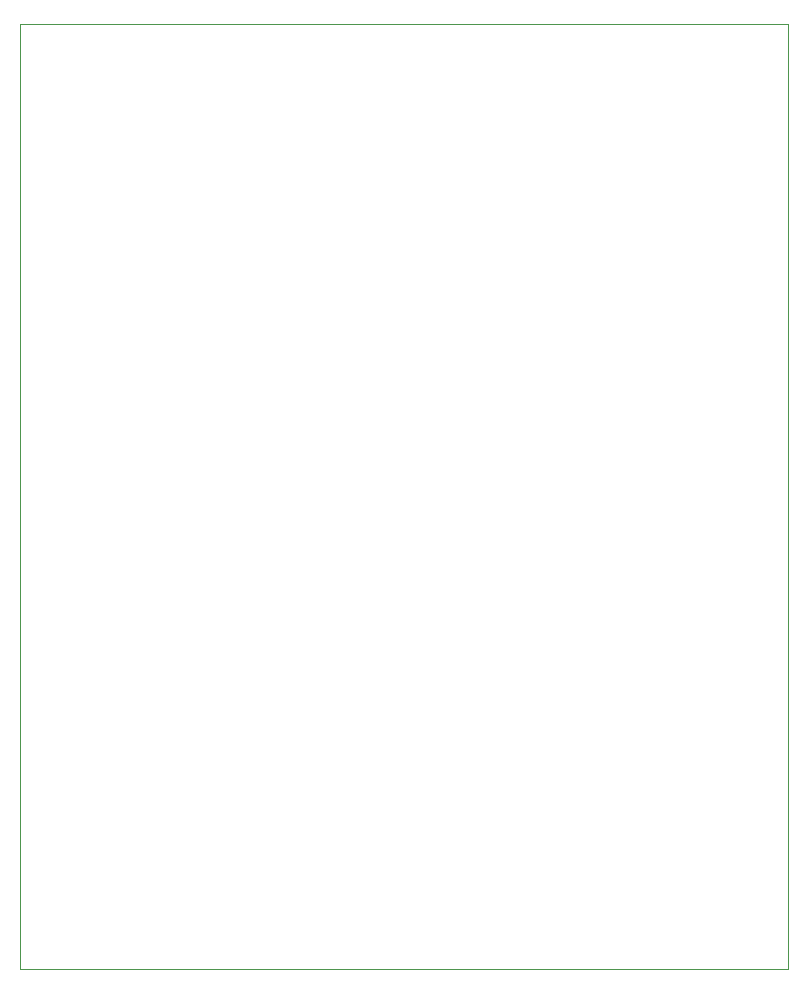
<source format=gm1>
%TF.GenerationSoftware,KiCad,Pcbnew,(6.0.5)*%
%TF.CreationDate,2022-07-14T21:33:15+08:00*%
%TF.ProjectId,thermometer,74686572-6d6f-46d6-9574-65722e6b6963,rev?*%
%TF.SameCoordinates,Original*%
%TF.FileFunction,Profile,NP*%
%FSLAX46Y46*%
G04 Gerber Fmt 4.6, Leading zero omitted, Abs format (unit mm)*
G04 Created by KiCad (PCBNEW (6.0.5)) date 2022-07-14 21:33:15*
%MOMM*%
%LPD*%
G01*
G04 APERTURE LIST*
%TA.AperFunction,Profile*%
%ADD10C,0.100000*%
%TD*%
G04 APERTURE END LIST*
D10*
X50800000Y-152400000D02*
X115800000Y-152400000D01*
X115800000Y-152400000D02*
X115800000Y-72400000D01*
X115800000Y-72400000D02*
X50800000Y-72400000D01*
X50800000Y-72400000D02*
X50800000Y-152400000D01*
M02*

</source>
